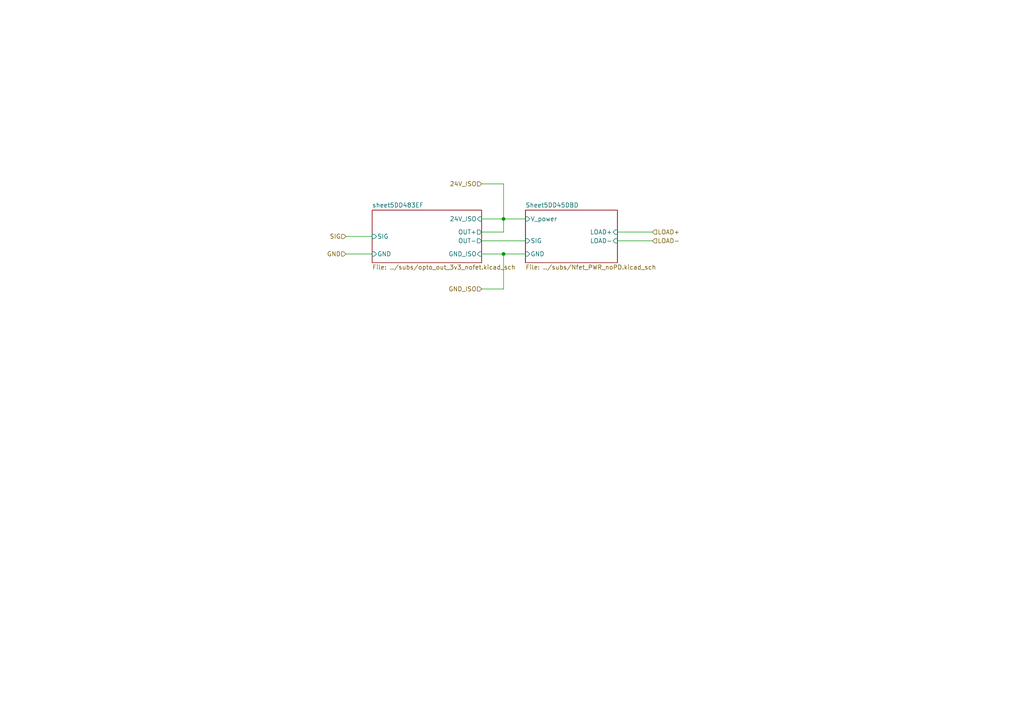
<source format=kicad_sch>
(kicad_sch (version 20211123) (generator eeschema)
  (paper "A4")
  (lib_symbols)
  (junction (at 146.05 63.5))
  (junction (at 146.05 73.66))
  (wire (pts (xy 139.7 83.82) (xy 146.05 83.82)))
  (wire (pts (xy 139.7 73.66) (xy 146.05 73.66)))
  (wire (pts (xy 152.4 63.5) (xy 146.05 63.5)))
  (wire (pts (xy 146.05 73.66) (xy 152.4 73.66)))
  (wire (pts (xy 146.05 53.34) (xy 146.05 63.5)))
  (wire (pts (xy 146.05 63.5) (xy 139.7 63.5)))
  (wire (pts (xy 139.7 53.34) (xy 146.05 53.34)))
  (wire (pts (xy 189.23 67.31) (xy 179.07 67.31)))
  (wire (pts (xy 146.05 83.82) (xy 146.05 73.66)))
  (wire (pts (xy 139.7 69.85) (xy 152.4 69.85)))
  (wire (pts (xy 146.05 67.31) (xy 146.05 63.5)))
  (wire (pts (xy 179.07 69.85) (xy 189.23 69.85)))
  (wire (pts (xy 100.33 68.58) (xy 107.95 68.58)))
  (wire (pts (xy 139.7 67.31) (xy 146.05 67.31)))
  (wire (pts (xy 100.33 73.66) (xy 107.95 73.66)))
  (hierarchical_label "LOAD+" (shape input) (at 189.23 67.31 0))
  (hierarchical_label "SIG" (shape input) (at 100.33 68.58 180))
  (hierarchical_label "24V_ISO" (shape input) (at 139.7 53.34 180))
  (hierarchical_label "GND_ISO" (shape input) (at 139.7 83.82 180))
  (hierarchical_label "GND" (shape input) (at 100.33 73.66 180))
  (hierarchical_label "LOAD-" (shape input) (at 189.23 69.85 0))
  (sheet (at 152.4 60.96) (size 26.67 15.24)
    (property "Sheet name" "Sheet5DD45DBD" (at 152.4 60.2484 0) (effects (justify left bottom)))
    (property "Sheet file" "../subs/Nfet_PWR_noPD.kicad_sch" (at 152.4 76.7846 0) (effects (justify left top)))
    (pin "SIG" input (at 152.4 69.85 180))
    (pin "GND" input (at 152.4 73.66 180))
    (pin "LOAD-" input (at 179.07 69.85 0))
    (pin "LOAD+" input (at 179.07 67.31 0))
    (pin "V_power" input (at 152.4 63.5 180))
  )
  (sheet (at 107.95 60.96) (size 31.75 15.24)
    (property "Sheet name" "sheet5DD483EF" (at 107.95 60.2484 0) (effects (justify left bottom)))
    (property "Sheet file" "../subs/opto_out_3v3_nofet.kicad_sch" (at 107.95 76.7846 0) (effects (justify left top)))
    (pin "SIG" input (at 107.95 68.58 180))
    (pin "24V_ISO" input (at 139.7 63.5 0))
    (pin "OUT-" output (at 139.7 69.85 0))
    (pin "GND_ISO" input (at 139.7 73.66 0))
    (pin "GND" input (at 107.95 73.66 180))
    (pin "OUT+" output (at 139.7 67.31 0))
  )
)
</source>
